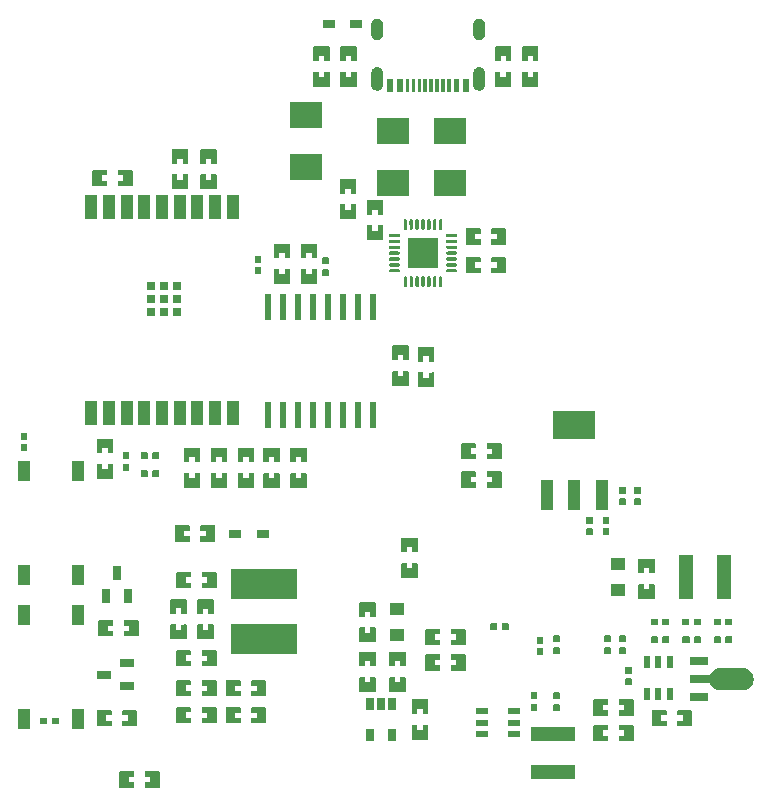
<source format=gtp>
G04 Layer: TopPasteMaskLayer*
G04 EasyEDA v6.5.51, 2025-09-17 03:18:51*
G04 4aee9cc30035422d88a860af958d7afb,d57bd40a603b42be9e37e0d49851eb9c,10*
G04 Gerber Generator version 0.2*
G04 Scale: 100 percent, Rotated: No, Reflected: No *
G04 Dimensions in inches *
G04 leading zeros omitted , absolute positions ,3 integer and 6 decimal *
%FSLAX36Y36*%
%MOIN*%

%AMMACRO1*21,1,$1,$2,0,0,$3*%
%ADD10R,0.0394X0.0709*%
%ADD11R,0.0394X0.0295*%
%ADD12R,0.1080X0.0850*%
%ADD13R,0.1457X0.0512*%
%ADD14R,0.0276X0.0492*%
%ADD15R,0.0492X0.0276*%
%ADD16R,0.0236X0.0433*%
%ADD17R,0.0433X0.0236*%
%ADD18R,0.0122X0.0236*%
%ADD19R,0.0276X0.0433*%
%ADD20R,0.0394X0.0787*%
%ADD21R,0.0276X0.0276*%
%ADD22R,0.0492X0.0394*%
%ADD23R,0.0236X0.0866*%
%ADD24MACRO1,0.0265X0.062X-90.0000*%
%ADD25R,0.0512X0.1457*%
%ADD26R,0.0433X0.0984*%
%ADD27R,0.1417X0.0921*%
%ADD28R,0.2244X0.0984*%

%LPD*%
G36*
X1668200Y-275460D02*
G01*
X1652060Y-275660D01*
X1650080Y-277640D01*
X1650080Y-322900D01*
X1652060Y-324880D01*
X1702440Y-324880D01*
X1704420Y-322900D01*
X1704420Y-277640D01*
X1702440Y-275660D01*
X1685920Y-275860D01*
X1685920Y-293180D01*
X1668200Y-293180D01*
G37*
G36*
X1652060Y-190620D02*
G01*
X1650080Y-192600D01*
X1650080Y-237880D01*
X1652060Y-239840D01*
X1668580Y-239640D01*
X1668580Y-222320D01*
X1686300Y-222320D01*
X1686300Y-240040D01*
X1702440Y-239840D01*
X1704420Y-237880D01*
X1704420Y-192600D01*
X1702440Y-190620D01*
G37*
G36*
X1153200Y-275460D02*
G01*
X1137060Y-275660D01*
X1135080Y-277640D01*
X1135080Y-322900D01*
X1137060Y-324880D01*
X1187440Y-324880D01*
X1189420Y-322900D01*
X1189420Y-277640D01*
X1187440Y-275660D01*
X1170920Y-275860D01*
X1170920Y-293180D01*
X1153200Y-293180D01*
G37*
G36*
X1137060Y-190620D02*
G01*
X1135080Y-192600D01*
X1135080Y-237880D01*
X1137060Y-239840D01*
X1153580Y-239640D01*
X1153580Y-222320D01*
X1171300Y-222320D01*
X1171300Y-240040D01*
X1187440Y-239840D01*
X1189420Y-237880D01*
X1189420Y-192600D01*
X1187440Y-190620D01*
G37*
G36*
X669880Y-1787840D02*
G01*
X667920Y-1789800D01*
X668100Y-1806339D01*
X685440Y-1806339D01*
X685440Y-1824060D01*
X667720Y-1824060D01*
X667920Y-1840200D01*
X669880Y-1842160D01*
X715160Y-1842160D01*
X717120Y-1840200D01*
X717120Y-1789800D01*
X715160Y-1787840D01*
G37*
G36*
X584840Y-1787840D02*
G01*
X582880Y-1789800D01*
X582880Y-1840200D01*
X584840Y-1842160D01*
X630120Y-1842160D01*
X632080Y-1840200D01*
X631900Y-1823660D01*
X614560Y-1823660D01*
X614560Y-1805940D01*
X632280Y-1805940D01*
X632080Y-1789800D01*
X630120Y-1787840D01*
G37*
G36*
X1390940Y-2452720D02*
G01*
X1374800Y-2452920D01*
X1372840Y-2454880D01*
X1372840Y-2500160D01*
X1374800Y-2502120D01*
X1425200Y-2502120D01*
X1427160Y-2500160D01*
X1427160Y-2454880D01*
X1425200Y-2452920D01*
X1408660Y-2453100D01*
X1408660Y-2470440D01*
X1390940Y-2470440D01*
G37*
G36*
X1374800Y-2367880D02*
G01*
X1372840Y-2369840D01*
X1372840Y-2415120D01*
X1374800Y-2417080D01*
X1391339Y-2416900D01*
X1391339Y-2399560D01*
X1409060Y-2399560D01*
X1409060Y-2417280D01*
X1425200Y-2417080D01*
X1427160Y-2415120D01*
X1427160Y-2369840D01*
X1425200Y-2367880D01*
G37*
G36*
X1394800Y-1192880D02*
G01*
X1392840Y-1194840D01*
X1392840Y-1240120D01*
X1394800Y-1242080D01*
X1411339Y-1241900D01*
X1411339Y-1224560D01*
X1429060Y-1224560D01*
X1429060Y-1242280D01*
X1445200Y-1242080D01*
X1447160Y-1240120D01*
X1447160Y-1194840D01*
X1445200Y-1192880D01*
G37*
G36*
X1410940Y-1277720D02*
G01*
X1394800Y-1277920D01*
X1392840Y-1279880D01*
X1392840Y-1325160D01*
X1394800Y-1327120D01*
X1445200Y-1327120D01*
X1447160Y-1325160D01*
X1447160Y-1279880D01*
X1445200Y-1277920D01*
X1428660Y-1278100D01*
X1428660Y-1295440D01*
X1410940Y-1295440D01*
G37*
G36*
X1309800Y-1187880D02*
G01*
X1307840Y-1189840D01*
X1307840Y-1235120D01*
X1309800Y-1237080D01*
X1326339Y-1236900D01*
X1326339Y-1219560D01*
X1344060Y-1219560D01*
X1344060Y-1237280D01*
X1360200Y-1237080D01*
X1362160Y-1235120D01*
X1362160Y-1189840D01*
X1360200Y-1187880D01*
G37*
G36*
X1325940Y-1272720D02*
G01*
X1309800Y-1272920D01*
X1307840Y-1274880D01*
X1307840Y-1320160D01*
X1309800Y-1322120D01*
X1360200Y-1322120D01*
X1362160Y-1320160D01*
X1362160Y-1274880D01*
X1360200Y-1272920D01*
X1343660Y-1273100D01*
X1343660Y-1290440D01*
X1325940Y-1290440D01*
G37*
G36*
X1624880Y-1607840D02*
G01*
X1622920Y-1609800D01*
X1623100Y-1626339D01*
X1640440Y-1626339D01*
X1640440Y-1644060D01*
X1622720Y-1644060D01*
X1622920Y-1660200D01*
X1624880Y-1662160D01*
X1670160Y-1662160D01*
X1672120Y-1660200D01*
X1672120Y-1609800D01*
X1670160Y-1607840D01*
G37*
G36*
X1539840Y-1607840D02*
G01*
X1537880Y-1609800D01*
X1537880Y-1660200D01*
X1539840Y-1662160D01*
X1585120Y-1662160D01*
X1587080Y-1660200D01*
X1586900Y-1643660D01*
X1569560Y-1643660D01*
X1569560Y-1625940D01*
X1587280Y-1625940D01*
X1587080Y-1609800D01*
X1585120Y-1607840D01*
G37*
G36*
X1624880Y-1512840D02*
G01*
X1622920Y-1514800D01*
X1623100Y-1531339D01*
X1640440Y-1531339D01*
X1640440Y-1549060D01*
X1622720Y-1549060D01*
X1622920Y-1565200D01*
X1624880Y-1567160D01*
X1670160Y-1567160D01*
X1672120Y-1565200D01*
X1672120Y-1514800D01*
X1670160Y-1512840D01*
G37*
G36*
X1539840Y-1512840D02*
G01*
X1537880Y-1514800D01*
X1537880Y-1565200D01*
X1539840Y-1567160D01*
X1585120Y-1567160D01*
X1587080Y-1565200D01*
X1586900Y-1548660D01*
X1569560Y-1548660D01*
X1569560Y-1530940D01*
X1587280Y-1530940D01*
X1587080Y-1514800D01*
X1585120Y-1512840D01*
G37*
G36*
X674880Y-2392840D02*
G01*
X672920Y-2394800D01*
X673100Y-2411340D01*
X690440Y-2411340D01*
X690440Y-2429060D01*
X672720Y-2429060D01*
X672920Y-2445200D01*
X674880Y-2447160D01*
X720160Y-2447160D01*
X722120Y-2445200D01*
X722120Y-2394800D01*
X720160Y-2392840D01*
G37*
G36*
X589840Y-2392840D02*
G01*
X587880Y-2394800D01*
X587880Y-2445200D01*
X589840Y-2447160D01*
X635120Y-2447160D01*
X637080Y-2445200D01*
X636900Y-2428660D01*
X619560Y-2428660D01*
X619560Y-2410940D01*
X637280Y-2410940D01*
X637080Y-2394800D01*
X635120Y-2392840D01*
G37*
G36*
X674880Y-2302840D02*
G01*
X672920Y-2304800D01*
X673100Y-2321340D01*
X690440Y-2321340D01*
X690440Y-2339060D01*
X672720Y-2339060D01*
X672920Y-2355200D01*
X674880Y-2357160D01*
X720160Y-2357160D01*
X722120Y-2355200D01*
X722120Y-2304800D01*
X720160Y-2302840D01*
G37*
G36*
X589840Y-2302840D02*
G01*
X587880Y-2304800D01*
X587880Y-2355200D01*
X589840Y-2357160D01*
X635120Y-2357160D01*
X637080Y-2355200D01*
X636900Y-2338660D01*
X619560Y-2338660D01*
X619560Y-2320940D01*
X637280Y-2320940D01*
X637080Y-2304800D01*
X635120Y-2302840D01*
G37*
G36*
X674880Y-2202840D02*
G01*
X672920Y-2204800D01*
X673100Y-2221340D01*
X690440Y-2221340D01*
X690440Y-2239060D01*
X672720Y-2239060D01*
X672920Y-2255200D01*
X674880Y-2257160D01*
X720160Y-2257160D01*
X722120Y-2255200D01*
X722120Y-2204800D01*
X720160Y-2202840D01*
G37*
G36*
X589840Y-2202840D02*
G01*
X587880Y-2204800D01*
X587880Y-2255200D01*
X589840Y-2257160D01*
X635120Y-2257160D01*
X637080Y-2255200D01*
X636900Y-2238660D01*
X619560Y-2238660D01*
X619560Y-2220940D01*
X637280Y-2220940D01*
X637080Y-2204800D01*
X635120Y-2202840D01*
G37*
G36*
X569800Y-2032880D02*
G01*
X567840Y-2034840D01*
X567840Y-2080120D01*
X569800Y-2082080D01*
X586340Y-2081900D01*
X586340Y-2064560D01*
X604060Y-2064560D01*
X604060Y-2082280D01*
X620200Y-2082080D01*
X622160Y-2080120D01*
X622160Y-2034840D01*
X620200Y-2032880D01*
G37*
G36*
X585940Y-2117720D02*
G01*
X569800Y-2117920D01*
X567840Y-2119880D01*
X567840Y-2165160D01*
X569800Y-2167120D01*
X620200Y-2167120D01*
X622160Y-2165160D01*
X622160Y-2119880D01*
X620200Y-2117920D01*
X603660Y-2118100D01*
X603660Y-2135440D01*
X585940Y-2135440D01*
G37*
G36*
X794800Y-1528060D02*
G01*
X792840Y-1530040D01*
X792840Y-1575320D01*
X794800Y-1577280D01*
X811340Y-1577080D01*
X811340Y-1559760D01*
X829060Y-1559760D01*
X829060Y-1577480D01*
X845200Y-1577280D01*
X847159Y-1575320D01*
X847159Y-1530040D01*
X845200Y-1528060D01*
G37*
G36*
X794800Y-1612720D02*
G01*
X792840Y-1614680D01*
X792840Y-1659960D01*
X794800Y-1661920D01*
X845200Y-1661920D01*
X847159Y-1659960D01*
X847159Y-1614680D01*
X845200Y-1612720D01*
X829060Y-1612920D01*
X829060Y-1630240D01*
X811340Y-1630240D01*
X811340Y-1612720D01*
G37*
G36*
X630940Y-1612520D02*
G01*
X614800Y-1612720D01*
X612840Y-1614680D01*
X612840Y-1659960D01*
X614800Y-1661940D01*
X665200Y-1661940D01*
X667159Y-1659960D01*
X667159Y-1614680D01*
X665200Y-1612720D01*
X648660Y-1612920D01*
X648660Y-1630240D01*
X630940Y-1630240D01*
G37*
G36*
X614800Y-1528080D02*
G01*
X612840Y-1530040D01*
X612840Y-1575320D01*
X614800Y-1577280D01*
X630940Y-1577080D01*
X630940Y-1559760D01*
X648660Y-1559760D01*
X648660Y-1577280D01*
X665200Y-1577280D01*
X667159Y-1575320D01*
X667159Y-1530040D01*
X665200Y-1528080D01*
G37*
G36*
X414680Y-2102840D02*
G01*
X412720Y-2104800D01*
X412920Y-2121340D01*
X430240Y-2121340D01*
X430240Y-2139060D01*
X412520Y-2139060D01*
X412720Y-2155200D01*
X414680Y-2157160D01*
X459960Y-2157160D01*
X461940Y-2155200D01*
X461940Y-2104800D01*
X459960Y-2102840D01*
G37*
G36*
X330040Y-2102840D02*
G01*
X328080Y-2104800D01*
X328080Y-2155200D01*
X330040Y-2157160D01*
X375319Y-2157160D01*
X377280Y-2155200D01*
X377080Y-2139060D01*
X359760Y-2139060D01*
X359760Y-2121340D01*
X377280Y-2121340D01*
X377280Y-2104800D01*
X375319Y-2102840D01*
G37*
G36*
X1215940Y-2292520D02*
G01*
X1199800Y-2292720D01*
X1197840Y-2294680D01*
X1197840Y-2339960D01*
X1199800Y-2341940D01*
X1250200Y-2341940D01*
X1252160Y-2339960D01*
X1252160Y-2294680D01*
X1250200Y-2292720D01*
X1233660Y-2292920D01*
X1233660Y-2310240D01*
X1215940Y-2310240D01*
G37*
G36*
X1199800Y-2208080D02*
G01*
X1197840Y-2210040D01*
X1197840Y-2255320D01*
X1199800Y-2257280D01*
X1215940Y-2257080D01*
X1215940Y-2239760D01*
X1233660Y-2239760D01*
X1233660Y-2257280D01*
X1250200Y-2257280D01*
X1252160Y-2255320D01*
X1252160Y-2210040D01*
X1250200Y-2208080D01*
G37*
G36*
X1980040Y-2452840D02*
G01*
X1978060Y-2454800D01*
X1978060Y-2505200D01*
X1980040Y-2507160D01*
X2025320Y-2507160D01*
X2027280Y-2505200D01*
X2027080Y-2488660D01*
X2009760Y-2488660D01*
X2009760Y-2470940D01*
X2027480Y-2470940D01*
X2027280Y-2454800D01*
X2025320Y-2452840D01*
G37*
G36*
X2064680Y-2452840D02*
G01*
X2062720Y-2454800D01*
X2062920Y-2470940D01*
X2080240Y-2470940D01*
X2080240Y-2488660D01*
X2062720Y-2488660D01*
X2062720Y-2505200D01*
X2064680Y-2507160D01*
X2109960Y-2507160D01*
X2111920Y-2505200D01*
X2111920Y-2454800D01*
X2109960Y-2452840D01*
G37*
G36*
X340940Y-1582520D02*
G01*
X324799Y-1582720D01*
X322840Y-1584680D01*
X322840Y-1629960D01*
X324799Y-1631940D01*
X375200Y-1631940D01*
X377160Y-1629960D01*
X377160Y-1584680D01*
X375200Y-1582720D01*
X358660Y-1582920D01*
X358660Y-1600240D01*
X340940Y-1600240D01*
G37*
G36*
X324799Y-1498080D02*
G01*
X322840Y-1500040D01*
X322840Y-1545320D01*
X324799Y-1547280D01*
X340940Y-1547080D01*
X340940Y-1529760D01*
X358660Y-1529760D01*
X358660Y-1547280D01*
X375200Y-1547280D01*
X377160Y-1545320D01*
X377160Y-1500040D01*
X375200Y-1498080D01*
G37*
G36*
X325040Y-2402840D02*
G01*
X323060Y-2404800D01*
X323060Y-2455200D01*
X325040Y-2457160D01*
X370319Y-2457160D01*
X372280Y-2455200D01*
X372080Y-2438660D01*
X354760Y-2438660D01*
X354760Y-2420940D01*
X372480Y-2420940D01*
X372280Y-2404800D01*
X370319Y-2402840D01*
G37*
G36*
X409680Y-2402840D02*
G01*
X407720Y-2404800D01*
X407920Y-2420940D01*
X425240Y-2420940D01*
X425240Y-2438660D01*
X407720Y-2438660D01*
X407720Y-2455200D01*
X409680Y-2457160D01*
X454960Y-2457160D01*
X456920Y-2455200D01*
X456920Y-2404800D01*
X454960Y-2402840D01*
G37*
G36*
X2129800Y-1898060D02*
G01*
X2127840Y-1900040D01*
X2127840Y-1945320D01*
X2129800Y-1947280D01*
X2146340Y-1947080D01*
X2146340Y-1929760D01*
X2164060Y-1929760D01*
X2164060Y-1947480D01*
X2180200Y-1947280D01*
X2182160Y-1945320D01*
X2182160Y-1900040D01*
X2180200Y-1898060D01*
G37*
G36*
X2129800Y-1982720D02*
G01*
X2127840Y-1984680D01*
X2127840Y-2029960D01*
X2129800Y-2031920D01*
X2180200Y-2031920D01*
X2182160Y-2029960D01*
X2182160Y-1984680D01*
X2180200Y-1982720D01*
X2164060Y-1982920D01*
X2164060Y-2000240D01*
X2146340Y-2000240D01*
X2146340Y-1982720D01*
G37*
G36*
X1299800Y-2208060D02*
G01*
X1297840Y-2210040D01*
X1297840Y-2255320D01*
X1299800Y-2257280D01*
X1316339Y-2257080D01*
X1316339Y-2239760D01*
X1334060Y-2239760D01*
X1334060Y-2257480D01*
X1350200Y-2257280D01*
X1352160Y-2255320D01*
X1352160Y-2210040D01*
X1350200Y-2208060D01*
G37*
G36*
X1299800Y-2292720D02*
G01*
X1297840Y-2294680D01*
X1297840Y-2339960D01*
X1299800Y-2341920D01*
X1350200Y-2341920D01*
X1352160Y-2339960D01*
X1352160Y-2294680D01*
X1350200Y-2292720D01*
X1334060Y-2292920D01*
X1334060Y-2310240D01*
X1316339Y-2310240D01*
X1316339Y-2292720D01*
G37*
G36*
X590940Y-617520D02*
G01*
X574800Y-617720D01*
X572840Y-619680D01*
X572840Y-664960D01*
X574800Y-666940D01*
X625200Y-666940D01*
X627160Y-664960D01*
X627160Y-619680D01*
X625200Y-617720D01*
X608660Y-617920D01*
X608660Y-635240D01*
X590940Y-635240D01*
G37*
G36*
X574800Y-533080D02*
G01*
X572840Y-535040D01*
X572840Y-580320D01*
X574800Y-582280D01*
X590940Y-582080D01*
X590940Y-564760D01*
X608660Y-564760D01*
X608660Y-582280D01*
X625200Y-582280D01*
X627160Y-580320D01*
X627160Y-535040D01*
X625200Y-533080D01*
G37*
G36*
X2175040Y-2402840D02*
G01*
X2173060Y-2404800D01*
X2173060Y-2455200D01*
X2175040Y-2457160D01*
X2220320Y-2457160D01*
X2222280Y-2455200D01*
X2222080Y-2438660D01*
X2204760Y-2438660D01*
X2204760Y-2420940D01*
X2222480Y-2420940D01*
X2222280Y-2404800D01*
X2220320Y-2402840D01*
G37*
G36*
X2259680Y-2402840D02*
G01*
X2257720Y-2404800D01*
X2257920Y-2420940D01*
X2275240Y-2420940D01*
X2275240Y-2438660D01*
X2257720Y-2438660D01*
X2257720Y-2455200D01*
X2259680Y-2457160D01*
X2304960Y-2457160D01*
X2306920Y-2455200D01*
X2306920Y-2404800D01*
X2304960Y-2402840D01*
G37*
G36*
X685939Y-617520D02*
G01*
X669800Y-617720D01*
X667840Y-619680D01*
X667840Y-664960D01*
X669800Y-666940D01*
X720200Y-666940D01*
X722159Y-664960D01*
X722159Y-619680D01*
X720200Y-617720D01*
X703660Y-617920D01*
X703660Y-635240D01*
X685939Y-635240D01*
G37*
G36*
X669800Y-533080D02*
G01*
X667840Y-535040D01*
X667840Y-580320D01*
X669800Y-582280D01*
X685939Y-582080D01*
X685939Y-564760D01*
X703660Y-564760D01*
X703660Y-582280D01*
X720200Y-582280D01*
X722159Y-580320D01*
X722159Y-535040D01*
X720200Y-533080D01*
G37*
G36*
X1980040Y-2367840D02*
G01*
X1978060Y-2369800D01*
X1978060Y-2420200D01*
X1980040Y-2422160D01*
X2025320Y-2422160D01*
X2027280Y-2420200D01*
X2027080Y-2403660D01*
X2009760Y-2403660D01*
X2009760Y-2385940D01*
X2027480Y-2385940D01*
X2027280Y-2369800D01*
X2025320Y-2367840D01*
G37*
G36*
X2064680Y-2367840D02*
G01*
X2062720Y-2369800D01*
X2062920Y-2385940D01*
X2080240Y-2385940D01*
X2080240Y-2403660D01*
X2062720Y-2403660D01*
X2062720Y-2420200D01*
X2064680Y-2422160D01*
X2109960Y-2422160D01*
X2111920Y-2420200D01*
X2111920Y-2369800D01*
X2109960Y-2367840D01*
G37*
G36*
X1063200Y-275280D02*
G01*
X1047060Y-275460D01*
X1045080Y-277440D01*
X1045080Y-322720D01*
X1047060Y-324680D01*
X1097440Y-324680D01*
X1099420Y-322720D01*
X1099420Y-277440D01*
X1097440Y-275460D01*
X1080920Y-275660D01*
X1080920Y-292980D01*
X1063200Y-292980D01*
G37*
G36*
X1047060Y-190820D02*
G01*
X1045080Y-192800D01*
X1045080Y-238060D01*
X1047060Y-240040D01*
X1063200Y-239840D01*
X1063200Y-222520D01*
X1080920Y-222520D01*
X1080920Y-240040D01*
X1097440Y-240040D01*
X1099420Y-238060D01*
X1099420Y-192800D01*
X1097440Y-190820D01*
G37*
G36*
X1742060Y-190820D02*
G01*
X1740080Y-192780D01*
X1740080Y-238060D01*
X1742060Y-240040D01*
X1758580Y-239840D01*
X1758580Y-222520D01*
X1776300Y-222520D01*
X1776300Y-240240D01*
X1792440Y-240040D01*
X1794420Y-238060D01*
X1794420Y-192780D01*
X1792440Y-190820D01*
G37*
G36*
X1742060Y-275460D02*
G01*
X1740080Y-277440D01*
X1740080Y-322720D01*
X1742060Y-324680D01*
X1792440Y-324680D01*
X1794420Y-322720D01*
X1794420Y-277440D01*
X1792440Y-275460D01*
X1776300Y-275660D01*
X1776300Y-292980D01*
X1758580Y-292980D01*
X1758580Y-275460D01*
G37*
G36*
X310040Y-602840D02*
G01*
X308060Y-604800D01*
X308060Y-655200D01*
X310040Y-657159D01*
X355319Y-657159D01*
X357280Y-655200D01*
X357080Y-638660D01*
X339760Y-638660D01*
X339760Y-620940D01*
X357480Y-620940D01*
X357280Y-604800D01*
X355319Y-602840D01*
G37*
G36*
X394680Y-602840D02*
G01*
X392720Y-604800D01*
X392920Y-620940D01*
X410240Y-620940D01*
X410240Y-638660D01*
X392720Y-638660D01*
X392720Y-655200D01*
X394680Y-657159D01*
X439960Y-657159D01*
X441920Y-655200D01*
X441920Y-604800D01*
X439960Y-602840D01*
G37*
G36*
X895939Y-1612520D02*
G01*
X879800Y-1612720D01*
X877840Y-1614680D01*
X877840Y-1659960D01*
X879800Y-1661940D01*
X930200Y-1661940D01*
X932159Y-1659960D01*
X932159Y-1614680D01*
X930200Y-1612720D01*
X913660Y-1612920D01*
X913660Y-1630240D01*
X895939Y-1630240D01*
G37*
G36*
X879800Y-1528080D02*
G01*
X877840Y-1530040D01*
X877840Y-1575320D01*
X879800Y-1577280D01*
X895939Y-1577080D01*
X895939Y-1559760D01*
X913660Y-1559760D01*
X913660Y-1577280D01*
X930200Y-1577280D01*
X932159Y-1575320D01*
X932159Y-1530040D01*
X930200Y-1528080D01*
G37*
G36*
X704800Y-1528060D02*
G01*
X702840Y-1530040D01*
X702840Y-1575320D01*
X704800Y-1577280D01*
X721340Y-1577080D01*
X721340Y-1559760D01*
X739060Y-1559760D01*
X739060Y-1577480D01*
X755200Y-1577280D01*
X757159Y-1575320D01*
X757159Y-1530040D01*
X755200Y-1528060D01*
G37*
G36*
X704800Y-1612720D02*
G01*
X702840Y-1614680D01*
X702840Y-1659960D01*
X704800Y-1661920D01*
X755200Y-1661920D01*
X757159Y-1659960D01*
X757159Y-1614680D01*
X755200Y-1612720D01*
X739060Y-1612920D01*
X739060Y-1630240D01*
X721340Y-1630240D01*
X721340Y-1612720D01*
G37*
G36*
X985939Y-1612520D02*
G01*
X969800Y-1612720D01*
X967840Y-1614680D01*
X967840Y-1659960D01*
X969800Y-1661940D01*
X1020200Y-1661940D01*
X1022159Y-1659960D01*
X1022159Y-1614680D01*
X1020200Y-1612720D01*
X1003660Y-1612920D01*
X1003660Y-1630240D01*
X985939Y-1630240D01*
G37*
G36*
X969800Y-1528080D02*
G01*
X967840Y-1530040D01*
X967840Y-1575320D01*
X969800Y-1577280D01*
X985939Y-1577080D01*
X985939Y-1559760D01*
X1003660Y-1559760D01*
X1003660Y-1577280D01*
X1020200Y-1577280D01*
X1022159Y-1575320D01*
X1022159Y-1530040D01*
X1020200Y-1528080D01*
G37*
G36*
X1555040Y-797840D02*
G01*
X1553060Y-799800D01*
X1553060Y-850200D01*
X1555040Y-852159D01*
X1600320Y-852159D01*
X1602280Y-850200D01*
X1602080Y-833660D01*
X1584760Y-833660D01*
X1584760Y-815939D01*
X1602480Y-815939D01*
X1602280Y-799800D01*
X1600320Y-797840D01*
G37*
G36*
X1639680Y-797840D02*
G01*
X1637720Y-799800D01*
X1637920Y-815939D01*
X1655240Y-815939D01*
X1655240Y-833660D01*
X1637720Y-833660D01*
X1637720Y-850200D01*
X1639680Y-852159D01*
X1684960Y-852159D01*
X1686920Y-850200D01*
X1686920Y-799800D01*
X1684960Y-797840D01*
G37*
G36*
X1555040Y-892840D02*
G01*
X1553060Y-894800D01*
X1553060Y-945200D01*
X1555040Y-947159D01*
X1600320Y-947159D01*
X1602280Y-945200D01*
X1602080Y-928660D01*
X1584760Y-928660D01*
X1584760Y-910939D01*
X1602480Y-910939D01*
X1602280Y-894800D01*
X1600320Y-892840D01*
G37*
G36*
X1639680Y-892840D02*
G01*
X1637720Y-894800D01*
X1637920Y-910939D01*
X1655240Y-910939D01*
X1655240Y-928660D01*
X1637720Y-928660D01*
X1637720Y-945200D01*
X1639680Y-947159D01*
X1684960Y-947159D01*
X1686920Y-945200D01*
X1686920Y-894800D01*
X1684960Y-892840D01*
G37*
G36*
X1339800Y-1828060D02*
G01*
X1337840Y-1830040D01*
X1337840Y-1875320D01*
X1339800Y-1877280D01*
X1356339Y-1877080D01*
X1356339Y-1859760D01*
X1374060Y-1859760D01*
X1374060Y-1877480D01*
X1390200Y-1877280D01*
X1392160Y-1875320D01*
X1392160Y-1830040D01*
X1390200Y-1828060D01*
G37*
G36*
X1339800Y-1912720D02*
G01*
X1337840Y-1914680D01*
X1337840Y-1959960D01*
X1339800Y-1961920D01*
X1390200Y-1961920D01*
X1392160Y-1959960D01*
X1392160Y-1914680D01*
X1390200Y-1912720D01*
X1374060Y-1912920D01*
X1374060Y-1930240D01*
X1356339Y-1930240D01*
X1356339Y-1912720D01*
G37*
G36*
X1224800Y-703060D02*
G01*
X1222840Y-705040D01*
X1222840Y-750320D01*
X1224800Y-752280D01*
X1241340Y-752080D01*
X1241340Y-734760D01*
X1259060Y-734760D01*
X1259060Y-752480D01*
X1275200Y-752280D01*
X1277160Y-750320D01*
X1277160Y-705040D01*
X1275200Y-703060D01*
G37*
G36*
X1224800Y-787720D02*
G01*
X1222840Y-789680D01*
X1222840Y-834960D01*
X1224800Y-836919D01*
X1275200Y-836919D01*
X1277160Y-834960D01*
X1277160Y-789680D01*
X1275200Y-787720D01*
X1259060Y-787920D01*
X1259060Y-805240D01*
X1241340Y-805240D01*
X1241340Y-787720D01*
G37*
G36*
X1215940Y-2127520D02*
G01*
X1199800Y-2127720D01*
X1197840Y-2129680D01*
X1197840Y-2174960D01*
X1199800Y-2176940D01*
X1250200Y-2176940D01*
X1252160Y-2174960D01*
X1252160Y-2129680D01*
X1250200Y-2127720D01*
X1233660Y-2127920D01*
X1233660Y-2145240D01*
X1215940Y-2145240D01*
G37*
G36*
X1199800Y-2043080D02*
G01*
X1197840Y-2045040D01*
X1197840Y-2090320D01*
X1199800Y-2092280D01*
X1215940Y-2092080D01*
X1215940Y-2074760D01*
X1233660Y-2074760D01*
X1233660Y-2092280D01*
X1250200Y-2092280D01*
X1252160Y-2090320D01*
X1252160Y-2045040D01*
X1250200Y-2043080D01*
G37*
G36*
X1504680Y-2217840D02*
G01*
X1502720Y-2219800D01*
X1502920Y-2236340D01*
X1520240Y-2236340D01*
X1520240Y-2254060D01*
X1502520Y-2254060D01*
X1502720Y-2270200D01*
X1504680Y-2272160D01*
X1549960Y-2272160D01*
X1551940Y-2270200D01*
X1551940Y-2219800D01*
X1549960Y-2217840D01*
G37*
G36*
X1420040Y-2217840D02*
G01*
X1418080Y-2219800D01*
X1418080Y-2270200D01*
X1420040Y-2272160D01*
X1465320Y-2272160D01*
X1467280Y-2270200D01*
X1467080Y-2254060D01*
X1449760Y-2254060D01*
X1449760Y-2236340D01*
X1467280Y-2236340D01*
X1467280Y-2219800D01*
X1465320Y-2217840D01*
G37*
G36*
X1134800Y-633060D02*
G01*
X1132840Y-635040D01*
X1132840Y-680320D01*
X1134800Y-682280D01*
X1151340Y-682080D01*
X1151340Y-664760D01*
X1169060Y-664760D01*
X1169060Y-682480D01*
X1185200Y-682280D01*
X1187160Y-680320D01*
X1187160Y-635040D01*
X1185200Y-633060D01*
G37*
G36*
X1134800Y-717720D02*
G01*
X1132840Y-719680D01*
X1132840Y-764960D01*
X1134800Y-766919D01*
X1185200Y-766919D01*
X1187160Y-764960D01*
X1187160Y-719680D01*
X1185200Y-717720D01*
X1169060Y-717920D01*
X1169060Y-735240D01*
X1151340Y-735240D01*
X1151340Y-717720D01*
G37*
G36*
X1420040Y-2132840D02*
G01*
X1418060Y-2134800D01*
X1418060Y-2185200D01*
X1420040Y-2187160D01*
X1465320Y-2187160D01*
X1467280Y-2185200D01*
X1467080Y-2168660D01*
X1449760Y-2168660D01*
X1449760Y-2150940D01*
X1467480Y-2150940D01*
X1467280Y-2134800D01*
X1465320Y-2132840D01*
G37*
G36*
X1504680Y-2132840D02*
G01*
X1502720Y-2134800D01*
X1502920Y-2150940D01*
X1520240Y-2150940D01*
X1520240Y-2168660D01*
X1502720Y-2168660D01*
X1502720Y-2185200D01*
X1504680Y-2187160D01*
X1549960Y-2187160D01*
X1551920Y-2185200D01*
X1551920Y-2134800D01*
X1549960Y-2132840D01*
G37*
G36*
X914800Y-848060D02*
G01*
X912840Y-850040D01*
X912840Y-895320D01*
X914800Y-897280D01*
X931340Y-897080D01*
X931340Y-879760D01*
X949060Y-879760D01*
X949060Y-897480D01*
X965200Y-897280D01*
X967159Y-895320D01*
X967159Y-850040D01*
X965200Y-848060D01*
G37*
G36*
X914800Y-932720D02*
G01*
X912840Y-934680D01*
X912840Y-979960D01*
X914800Y-981919D01*
X965200Y-981919D01*
X967159Y-979960D01*
X967159Y-934680D01*
X965200Y-932720D01*
X949060Y-932920D01*
X949060Y-950240D01*
X931340Y-950240D01*
X931340Y-932720D01*
G37*
G36*
X400040Y-2607840D02*
G01*
X398060Y-2609800D01*
X398060Y-2660200D01*
X400040Y-2662160D01*
X445319Y-2662160D01*
X447280Y-2660200D01*
X447080Y-2643660D01*
X429760Y-2643660D01*
X429760Y-2625940D01*
X447480Y-2625940D01*
X447280Y-2609800D01*
X445319Y-2607840D01*
G37*
G36*
X484680Y-2607840D02*
G01*
X482720Y-2609800D01*
X482920Y-2625940D01*
X500240Y-2625940D01*
X500240Y-2643660D01*
X482720Y-2643660D01*
X482720Y-2660200D01*
X484680Y-2662160D01*
X529960Y-2662160D01*
X531920Y-2660200D01*
X531920Y-2609800D01*
X529960Y-2607840D01*
G37*
G36*
X1020939Y-932520D02*
G01*
X1004800Y-932720D01*
X1002840Y-934680D01*
X1002840Y-979960D01*
X1004800Y-981940D01*
X1055200Y-981940D01*
X1057160Y-979960D01*
X1057160Y-934680D01*
X1055200Y-932720D01*
X1038660Y-932920D01*
X1038660Y-950240D01*
X1020939Y-950240D01*
G37*
G36*
X1004800Y-848080D02*
G01*
X1002840Y-850040D01*
X1002840Y-895320D01*
X1004800Y-897280D01*
X1020939Y-897080D01*
X1020939Y-879760D01*
X1038660Y-879760D01*
X1038660Y-897280D01*
X1055200Y-897280D01*
X1057160Y-895320D01*
X1057160Y-850040D01*
X1055200Y-848080D01*
G37*
G36*
X839680Y-2302840D02*
G01*
X837720Y-2304800D01*
X837920Y-2321340D01*
X855240Y-2321340D01*
X855240Y-2339060D01*
X837520Y-2339060D01*
X837720Y-2355200D01*
X839680Y-2357160D01*
X884960Y-2357160D01*
X886940Y-2355200D01*
X886940Y-2304800D01*
X884960Y-2302840D01*
G37*
G36*
X755040Y-2302840D02*
G01*
X753080Y-2304800D01*
X753080Y-2355200D01*
X755040Y-2357160D01*
X800320Y-2357160D01*
X802280Y-2355200D01*
X802080Y-2339060D01*
X784760Y-2339060D01*
X784760Y-2321340D01*
X802280Y-2321340D01*
X802280Y-2304800D01*
X800320Y-2302840D01*
G37*
G36*
X839680Y-2392840D02*
G01*
X837720Y-2394800D01*
X837920Y-2411340D01*
X855240Y-2411340D01*
X855240Y-2429060D01*
X837520Y-2429060D01*
X837720Y-2445200D01*
X839680Y-2447160D01*
X884960Y-2447160D01*
X886940Y-2445200D01*
X886940Y-2394800D01*
X884960Y-2392840D01*
G37*
G36*
X755040Y-2392840D02*
G01*
X753080Y-2394800D01*
X753080Y-2445200D01*
X755040Y-2447160D01*
X800320Y-2447160D01*
X802280Y-2445200D01*
X802080Y-2429060D01*
X784760Y-2429060D01*
X784760Y-2411340D01*
X802280Y-2411340D01*
X802280Y-2394800D01*
X800320Y-2392840D01*
G37*
G36*
X675939Y-2117520D02*
G01*
X659800Y-2117720D01*
X657840Y-2119680D01*
X657840Y-2164960D01*
X659800Y-2166940D01*
X710200Y-2166940D01*
X712159Y-2164960D01*
X712159Y-2119680D01*
X710200Y-2117720D01*
X693660Y-2117920D01*
X693660Y-2135240D01*
X675939Y-2135240D01*
G37*
G36*
X659800Y-2033080D02*
G01*
X657840Y-2035040D01*
X657840Y-2080320D01*
X659800Y-2082280D01*
X675939Y-2082080D01*
X675939Y-2064760D01*
X693660Y-2064760D01*
X693660Y-2082280D01*
X710200Y-2082280D01*
X712159Y-2080320D01*
X712159Y-2035040D01*
X710200Y-2033080D01*
G37*
G36*
X590040Y-1942840D02*
G01*
X588060Y-1944800D01*
X588060Y-1995200D01*
X590040Y-1997160D01*
X635320Y-1997160D01*
X637280Y-1995200D01*
X637080Y-1978660D01*
X619760Y-1978660D01*
X619760Y-1960940D01*
X637480Y-1960940D01*
X637280Y-1944800D01*
X635320Y-1942840D01*
G37*
G36*
X674680Y-1942840D02*
G01*
X672720Y-1944800D01*
X672920Y-1960940D01*
X690240Y-1960940D01*
X690240Y-1978660D01*
X672720Y-1978660D01*
X672720Y-1995200D01*
X674680Y-1997160D01*
X719960Y-1997160D01*
X721919Y-1995200D01*
X721919Y-1944800D01*
X719960Y-1942840D01*
G37*
G36*
X2086140Y-2297080D02*
G01*
X2084180Y-2299840D01*
X2084180Y-2318740D01*
X2086140Y-2320700D01*
X2103860Y-2320700D01*
X2105820Y-2318740D01*
X2105820Y-2299840D01*
X2103860Y-2297080D01*
G37*
G36*
X2086140Y-2259300D02*
G01*
X2084180Y-2261260D01*
X2084180Y-2280160D01*
X2086140Y-2282920D01*
X2103860Y-2282920D01*
X2105820Y-2280160D01*
X2105820Y-2261260D01*
X2103860Y-2259300D01*
G37*
G36*
X471260Y-1544180D02*
G01*
X469300Y-1546140D01*
X469300Y-1563860D01*
X471260Y-1565820D01*
X490160Y-1565820D01*
X492920Y-1563860D01*
X492920Y-1546140D01*
X490160Y-1544180D01*
G37*
G36*
X509840Y-1544180D02*
G01*
X507080Y-1546140D01*
X507080Y-1563860D01*
X509840Y-1565820D01*
X528740Y-1565820D01*
X530700Y-1563860D01*
X530700Y-1546140D01*
X528740Y-1544180D01*
G37*
G36*
X471260Y-1604180D02*
G01*
X469300Y-1606140D01*
X469300Y-1623860D01*
X471260Y-1625820D01*
X490160Y-1625820D01*
X492920Y-1623860D01*
X492920Y-1606140D01*
X490160Y-1604180D01*
G37*
G36*
X509840Y-1604180D02*
G01*
X507080Y-1606140D01*
X507080Y-1623860D01*
X509840Y-1625820D01*
X528740Y-1625820D01*
X530700Y-1623860D01*
X530700Y-1606140D01*
X528740Y-1604180D01*
G37*
G36*
X2209840Y-2099180D02*
G01*
X2207080Y-2101140D01*
X2207080Y-2118860D01*
X2209840Y-2120820D01*
X2228740Y-2120820D01*
X2230700Y-2118860D01*
X2230700Y-2101140D01*
X2228740Y-2099180D01*
G37*
G36*
X2171260Y-2099180D02*
G01*
X2169300Y-2101140D01*
X2169300Y-2118860D01*
X2171260Y-2120820D01*
X2190160Y-2120820D01*
X2192920Y-2118860D01*
X2192920Y-2101140D01*
X2190160Y-2099180D01*
G37*
G36*
X2210440Y-2157280D02*
G01*
X2207680Y-2159240D01*
X2207680Y-2176960D01*
X2210440Y-2178920D01*
X2229340Y-2178920D01*
X2231300Y-2176960D01*
X2231300Y-2159240D01*
X2229340Y-2157280D01*
G37*
G36*
X2171860Y-2157280D02*
G01*
X2169880Y-2159240D01*
X2169880Y-2176960D01*
X2171860Y-2178920D01*
X2190740Y-2178920D01*
X2193500Y-2176960D01*
X2193500Y-2159240D01*
X2190740Y-2157280D01*
G37*
G36*
X71140Y-1479300D02*
G01*
X69180Y-1481260D01*
X69180Y-1500160D01*
X71140Y-1502920D01*
X88859Y-1502920D01*
X90820Y-1500160D01*
X90820Y-1481260D01*
X88859Y-1479300D01*
G37*
G36*
X71140Y-1517080D02*
G01*
X69180Y-1519840D01*
X69180Y-1538740D01*
X71140Y-1540700D01*
X88859Y-1540700D01*
X90820Y-1538740D01*
X90820Y-1519840D01*
X88859Y-1517080D01*
G37*
G36*
X2066140Y-2192080D02*
G01*
X2064180Y-2194840D01*
X2064180Y-2213740D01*
X2066140Y-2215700D01*
X2083860Y-2215700D01*
X2085820Y-2213740D01*
X2085820Y-2194840D01*
X2083860Y-2192080D01*
G37*
G36*
X2066140Y-2154300D02*
G01*
X2064180Y-2156260D01*
X2064180Y-2175160D01*
X2066140Y-2177920D01*
X2083860Y-2177920D01*
X2085820Y-2175160D01*
X2085820Y-2156260D01*
X2083860Y-2154300D01*
G37*
G36*
X2016140Y-2192080D02*
G01*
X2014180Y-2194840D01*
X2014180Y-2213740D01*
X2016140Y-2215700D01*
X2033860Y-2215700D01*
X2035820Y-2213740D01*
X2035820Y-2194840D01*
X2033860Y-2192080D01*
G37*
G36*
X2016140Y-2154300D02*
G01*
X2014180Y-2156260D01*
X2014180Y-2175160D01*
X2016140Y-2177920D01*
X2033860Y-2177920D01*
X2035820Y-2175160D01*
X2035820Y-2156260D01*
X2033860Y-2154300D01*
G37*
G36*
X411140Y-1544300D02*
G01*
X409180Y-1546260D01*
X409180Y-1565160D01*
X411140Y-1567920D01*
X428860Y-1567920D01*
X430820Y-1565160D01*
X430820Y-1546260D01*
X428860Y-1544300D01*
G37*
G36*
X411140Y-1582080D02*
G01*
X409180Y-1584840D01*
X409180Y-1603740D01*
X411140Y-1605700D01*
X428860Y-1605700D01*
X430820Y-1603740D01*
X430820Y-1584840D01*
X428860Y-1582080D01*
G37*
G36*
X136260Y-2429180D02*
G01*
X134300Y-2431140D01*
X134300Y-2448860D01*
X136260Y-2450820D01*
X155160Y-2450820D01*
X157920Y-2448860D01*
X157920Y-2431140D01*
X155160Y-2429180D01*
G37*
G36*
X174840Y-2429180D02*
G01*
X172079Y-2431140D01*
X172079Y-2448860D01*
X174840Y-2450820D01*
X193740Y-2450820D01*
X195700Y-2448860D01*
X195700Y-2431140D01*
X193740Y-2429180D01*
G37*
G36*
X1636260Y-2114180D02*
G01*
X1634300Y-2116140D01*
X1634300Y-2133860D01*
X1636260Y-2135820D01*
X1655160Y-2135820D01*
X1657920Y-2133860D01*
X1657920Y-2116140D01*
X1655160Y-2114180D01*
G37*
G36*
X1674840Y-2114180D02*
G01*
X1672080Y-2116140D01*
X1672080Y-2133860D01*
X1674840Y-2135820D01*
X1693740Y-2135820D01*
X1695700Y-2133860D01*
X1695700Y-2116140D01*
X1693740Y-2114180D01*
G37*
G36*
X1076140Y-932080D02*
G01*
X1074180Y-934840D01*
X1074180Y-953740D01*
X1076140Y-955699D01*
X1093860Y-955699D01*
X1095820Y-953740D01*
X1095820Y-934840D01*
X1093860Y-932080D01*
G37*
G36*
X1076140Y-894300D02*
G01*
X1074180Y-896260D01*
X1074180Y-915160D01*
X1076140Y-917920D01*
X1093860Y-917920D01*
X1095820Y-915160D01*
X1095820Y-896260D01*
X1093860Y-894300D01*
G37*
G36*
X1791140Y-2159300D02*
G01*
X1789180Y-2161260D01*
X1789180Y-2180160D01*
X1791140Y-2182920D01*
X1808860Y-2182920D01*
X1810820Y-2180160D01*
X1810820Y-2161260D01*
X1808860Y-2159300D01*
G37*
G36*
X1791140Y-2197080D02*
G01*
X1789180Y-2199840D01*
X1789180Y-2218740D01*
X1791140Y-2220700D01*
X1808860Y-2220700D01*
X1810820Y-2218740D01*
X1810820Y-2199840D01*
X1808860Y-2197080D01*
G37*
G36*
X1846140Y-2154300D02*
G01*
X1844180Y-2156260D01*
X1844180Y-2175160D01*
X1846140Y-2177920D01*
X1863860Y-2177920D01*
X1865820Y-2175160D01*
X1865820Y-2156260D01*
X1863860Y-2154300D01*
G37*
G36*
X1846140Y-2192080D02*
G01*
X1844180Y-2194840D01*
X1844180Y-2213740D01*
X1846140Y-2215700D01*
X1863860Y-2215700D01*
X1865820Y-2213740D01*
X1865820Y-2194840D01*
X1863860Y-2192080D01*
G37*
G36*
X1846140Y-2382080D02*
G01*
X1844180Y-2384840D01*
X1844180Y-2403740D01*
X1846140Y-2405700D01*
X1863860Y-2405700D01*
X1865820Y-2403740D01*
X1865820Y-2384840D01*
X1863860Y-2382080D01*
G37*
G36*
X1846140Y-2344300D02*
G01*
X1844180Y-2346260D01*
X1844180Y-2365160D01*
X1846140Y-2367920D01*
X1863860Y-2367920D01*
X1865820Y-2365160D01*
X1865820Y-2346260D01*
X1863860Y-2344300D01*
G37*
G36*
X1771140Y-2382080D02*
G01*
X1769180Y-2384840D01*
X1769180Y-2403740D01*
X1771140Y-2405700D01*
X1788860Y-2405700D01*
X1790820Y-2403740D01*
X1790820Y-2384840D01*
X1788860Y-2382080D01*
G37*
G36*
X1771140Y-2344300D02*
G01*
X1769180Y-2346260D01*
X1769180Y-2365160D01*
X1771140Y-2367920D01*
X1788860Y-2367920D01*
X1790820Y-2365160D01*
X1790820Y-2346260D01*
X1788860Y-2344300D01*
G37*
G36*
X2419840Y-2099180D02*
G01*
X2417080Y-2101140D01*
X2417080Y-2118860D01*
X2419840Y-2120820D01*
X2438740Y-2120820D01*
X2440700Y-2118860D01*
X2440700Y-2101140D01*
X2438740Y-2099180D01*
G37*
G36*
X2381260Y-2099180D02*
G01*
X2379300Y-2101140D01*
X2379300Y-2118860D01*
X2381260Y-2120820D01*
X2400160Y-2120820D01*
X2402920Y-2118860D01*
X2402920Y-2101140D01*
X2400160Y-2099180D01*
G37*
G36*
X2420440Y-2157280D02*
G01*
X2417680Y-2159240D01*
X2417680Y-2176960D01*
X2420440Y-2178920D01*
X2439340Y-2178920D01*
X2441300Y-2176960D01*
X2441300Y-2159240D01*
X2439340Y-2157280D01*
G37*
G36*
X2381860Y-2157280D02*
G01*
X2379880Y-2159240D01*
X2379880Y-2176960D01*
X2381860Y-2178920D01*
X2400740Y-2178920D01*
X2403500Y-2176960D01*
X2403500Y-2159240D01*
X2400740Y-2157280D01*
G37*
G36*
X2276260Y-2099180D02*
G01*
X2274300Y-2101140D01*
X2274300Y-2118860D01*
X2276260Y-2120820D01*
X2295160Y-2120820D01*
X2297920Y-2118860D01*
X2297920Y-2101140D01*
X2295160Y-2099180D01*
G37*
G36*
X2314840Y-2099180D02*
G01*
X2312080Y-2101140D01*
X2312080Y-2118860D01*
X2314840Y-2120820D01*
X2333740Y-2120820D01*
X2335700Y-2118860D01*
X2335700Y-2101140D01*
X2333740Y-2099180D01*
G37*
G36*
X2276840Y-2156500D02*
G01*
X2274880Y-2158480D01*
X2274880Y-2176180D01*
X2276840Y-2178160D01*
X2295740Y-2178160D01*
X2298500Y-2176180D01*
X2298500Y-2158480D01*
X2295740Y-2156500D01*
G37*
G36*
X2315440Y-2156500D02*
G01*
X2312680Y-2158480D01*
X2312680Y-2176180D01*
X2315440Y-2178160D01*
X2334320Y-2178160D01*
X2336300Y-2176180D01*
X2336300Y-2158480D01*
X2334320Y-2156500D01*
G37*
G36*
X851140Y-927080D02*
G01*
X849180Y-929840D01*
X849180Y-948740D01*
X851140Y-950699D01*
X868860Y-950699D01*
X870819Y-948740D01*
X870819Y-929840D01*
X868860Y-927080D01*
G37*
G36*
X851140Y-889300D02*
G01*
X849180Y-891260D01*
X849180Y-910160D01*
X851140Y-912920D01*
X868860Y-912920D01*
X870819Y-910160D01*
X870819Y-891260D01*
X868860Y-889300D01*
G37*
G36*
X1360400Y-830400D02*
G01*
X1360400Y-929599D01*
X1459620Y-929599D01*
X1459620Y-830400D01*
G37*
G36*
X1469100Y-765819D02*
G01*
X1467780Y-765980D01*
X1466540Y-766460D01*
X1465440Y-767220D01*
X1464560Y-768199D01*
X1463940Y-769380D01*
X1463620Y-770680D01*
X1463580Y-797720D01*
X1463740Y-799040D01*
X1464220Y-800280D01*
X1464980Y-801380D01*
X1465960Y-802260D01*
X1467140Y-802880D01*
X1468440Y-803180D01*
X1469760Y-803180D01*
X1471060Y-802880D01*
X1472240Y-802260D01*
X1473220Y-801380D01*
X1473980Y-800280D01*
X1474460Y-799040D01*
X1474620Y-797720D01*
X1474580Y-770680D01*
X1474259Y-769380D01*
X1473640Y-768199D01*
X1472760Y-767220D01*
X1471660Y-766460D01*
X1470420Y-765980D01*
G37*
G36*
X1449400Y-765819D02*
G01*
X1448080Y-765980D01*
X1446840Y-766460D01*
X1445740Y-767220D01*
X1444860Y-768199D01*
X1444240Y-769380D01*
X1443920Y-770680D01*
X1443880Y-797720D01*
X1444040Y-799040D01*
X1444520Y-800280D01*
X1445280Y-801380D01*
X1446260Y-802260D01*
X1447440Y-802880D01*
X1448740Y-803180D01*
X1450060Y-803180D01*
X1451360Y-802880D01*
X1452540Y-802260D01*
X1453520Y-801380D01*
X1454280Y-800280D01*
X1454760Y-799040D01*
X1454920Y-797720D01*
X1454880Y-770680D01*
X1454560Y-769380D01*
X1453940Y-768199D01*
X1453060Y-767220D01*
X1451960Y-766460D01*
X1450720Y-765980D01*
G37*
G36*
X1429360Y-766040D02*
G01*
X1428040Y-766280D01*
X1426800Y-766840D01*
X1425760Y-767680D01*
X1424940Y-768760D01*
X1424400Y-770000D01*
X1424199Y-771340D01*
X1424199Y-797720D01*
X1424400Y-799040D01*
X1424940Y-800300D01*
X1425760Y-801360D01*
X1426800Y-802220D01*
X1428040Y-802780D01*
X1429360Y-803020D01*
X1430720Y-802940D01*
X1432000Y-802540D01*
X1433140Y-801820D01*
X1434100Y-800860D01*
X1434760Y-799680D01*
X1435000Y-799040D01*
X1435200Y-797720D01*
X1435200Y-771340D01*
X1435000Y-770000D01*
X1434460Y-768760D01*
X1434100Y-768199D01*
X1433140Y-767240D01*
X1432000Y-766520D01*
X1430720Y-766120D01*
G37*
G36*
X1409660Y-766040D02*
G01*
X1408340Y-766280D01*
X1407100Y-766840D01*
X1406060Y-767680D01*
X1405240Y-768760D01*
X1404700Y-770000D01*
X1404500Y-771340D01*
X1404500Y-797720D01*
X1404700Y-799040D01*
X1405240Y-800300D01*
X1406060Y-801360D01*
X1407100Y-802220D01*
X1408340Y-802780D01*
X1409660Y-803020D01*
X1411020Y-802940D01*
X1412300Y-802540D01*
X1413440Y-801820D01*
X1414379Y-800860D01*
X1415060Y-799680D01*
X1415300Y-799040D01*
X1415500Y-797720D01*
X1415500Y-771340D01*
X1415300Y-770000D01*
X1414760Y-768760D01*
X1413940Y-767680D01*
X1412900Y-766840D01*
X1411660Y-766280D01*
X1410340Y-766040D01*
G37*
G36*
X1389960Y-765920D02*
G01*
X1388620Y-766160D01*
X1387380Y-766740D01*
X1386320Y-767620D01*
X1385500Y-768720D01*
X1384980Y-769980D01*
X1384800Y-771340D01*
X1384840Y-798400D01*
X1385200Y-799720D01*
X1385880Y-800920D01*
X1386819Y-801900D01*
X1387980Y-802640D01*
X1389280Y-803060D01*
X1390640Y-803139D01*
X1392000Y-802880D01*
X1392640Y-802640D01*
X1393800Y-801900D01*
X1394740Y-800920D01*
X1395120Y-800340D01*
X1395620Y-799080D01*
X1395820Y-797720D01*
X1395820Y-771340D01*
X1395620Y-769980D01*
X1395120Y-768720D01*
X1394300Y-767620D01*
X1393240Y-766740D01*
X1392000Y-766160D01*
X1390640Y-765920D01*
G37*
G36*
X1370260Y-765920D02*
G01*
X1368920Y-766160D01*
X1367680Y-766740D01*
X1366620Y-767620D01*
X1365800Y-768720D01*
X1365280Y-769980D01*
X1365100Y-771340D01*
X1365140Y-798400D01*
X1365500Y-799720D01*
X1366180Y-800920D01*
X1367120Y-801900D01*
X1368280Y-802640D01*
X1369580Y-803060D01*
X1370940Y-803139D01*
X1372300Y-802880D01*
X1372940Y-802640D01*
X1374100Y-801900D01*
X1375040Y-800920D01*
X1375700Y-799720D01*
X1376060Y-798400D01*
X1376120Y-797720D01*
X1376120Y-771340D01*
X1375920Y-769980D01*
X1375400Y-768720D01*
X1374600Y-767620D01*
X1373540Y-766740D01*
X1372300Y-766160D01*
X1370940Y-765920D01*
G37*
G36*
X1350560Y-765920D02*
G01*
X1349220Y-766160D01*
X1347980Y-766740D01*
X1346920Y-767620D01*
X1346459Y-768139D01*
X1345800Y-769340D01*
X1345440Y-770660D01*
X1345400Y-797720D01*
X1345580Y-799080D01*
X1346100Y-800340D01*
X1346459Y-800920D01*
X1347420Y-801900D01*
X1348580Y-802640D01*
X1349880Y-803060D01*
X1351240Y-803139D01*
X1352600Y-802880D01*
X1353240Y-802640D01*
X1354400Y-801900D01*
X1355340Y-800920D01*
X1356000Y-799720D01*
X1356360Y-798400D01*
X1356420Y-797720D01*
X1356420Y-771340D01*
X1356220Y-769980D01*
X1355700Y-768720D01*
X1354900Y-767620D01*
X1353839Y-766740D01*
X1352600Y-766160D01*
X1351240Y-765920D01*
G37*
G36*
X1301339Y-815380D02*
G01*
X1300020Y-815540D01*
X1298779Y-816020D01*
X1297680Y-816780D01*
X1296800Y-817760D01*
X1296180Y-818940D01*
X1295860Y-820240D01*
X1295860Y-821560D01*
X1296180Y-822860D01*
X1296800Y-824020D01*
X1297200Y-824560D01*
X1298200Y-825440D01*
X1299379Y-826060D01*
X1300660Y-826360D01*
X1327700Y-826400D01*
X1329019Y-826240D01*
X1329660Y-826060D01*
X1330840Y-825440D01*
X1331840Y-824560D01*
X1332580Y-823460D01*
X1333060Y-822220D01*
X1333220Y-820900D01*
X1333060Y-819580D01*
X1332580Y-818340D01*
X1331840Y-817240D01*
X1330840Y-816360D01*
X1329660Y-815740D01*
X1328380Y-815420D01*
G37*
G36*
X1301339Y-835080D02*
G01*
X1300020Y-835240D01*
X1298779Y-835720D01*
X1297680Y-836480D01*
X1296800Y-837460D01*
X1296180Y-838640D01*
X1295860Y-839940D01*
X1295860Y-841260D01*
X1296180Y-842560D01*
X1296800Y-843720D01*
X1297200Y-844260D01*
X1298200Y-845140D01*
X1299379Y-845759D01*
X1300660Y-846060D01*
X1327700Y-846100D01*
X1329019Y-845939D01*
X1329660Y-845759D01*
X1330840Y-845140D01*
X1331840Y-844260D01*
X1332580Y-843160D01*
X1333060Y-841919D01*
X1333220Y-840600D01*
X1333060Y-839280D01*
X1332580Y-838040D01*
X1331840Y-836940D01*
X1330840Y-836060D01*
X1329660Y-835440D01*
X1328380Y-835120D01*
G37*
G36*
X1301339Y-854780D02*
G01*
X1300020Y-854940D01*
X1298779Y-855420D01*
X1297680Y-856180D01*
X1296800Y-857159D01*
X1296180Y-858340D01*
X1295860Y-859640D01*
X1295860Y-860960D01*
X1296180Y-862260D01*
X1296800Y-863420D01*
X1297200Y-863960D01*
X1298200Y-864840D01*
X1299379Y-865460D01*
X1300660Y-865759D01*
X1327700Y-865800D01*
X1329019Y-865639D01*
X1329660Y-865460D01*
X1330840Y-864840D01*
X1331840Y-863960D01*
X1332580Y-862860D01*
X1333060Y-861620D01*
X1333220Y-860300D01*
X1333060Y-858980D01*
X1332580Y-857740D01*
X1331840Y-856640D01*
X1330840Y-855759D01*
X1329660Y-855140D01*
X1328380Y-854820D01*
G37*
G36*
X1301339Y-874479D02*
G01*
X1300020Y-874640D01*
X1298779Y-875120D01*
X1297680Y-875879D01*
X1296800Y-876860D01*
X1296180Y-878040D01*
X1295860Y-879340D01*
X1295860Y-880660D01*
X1296180Y-881960D01*
X1296800Y-883120D01*
X1297200Y-883660D01*
X1298200Y-884539D01*
X1299379Y-885160D01*
X1300660Y-885460D01*
X1327700Y-885500D01*
X1329019Y-885340D01*
X1329660Y-885160D01*
X1330840Y-884539D01*
X1331840Y-883660D01*
X1332580Y-882560D01*
X1333060Y-881320D01*
X1333220Y-880000D01*
X1333060Y-878680D01*
X1332580Y-877440D01*
X1331840Y-876340D01*
X1330840Y-875460D01*
X1329660Y-874840D01*
X1328380Y-874520D01*
G37*
G36*
X1301339Y-894180D02*
G01*
X1300020Y-894340D01*
X1298779Y-894820D01*
X1297680Y-895580D01*
X1296800Y-896560D01*
X1296180Y-897740D01*
X1295860Y-899040D01*
X1295860Y-900360D01*
X1296180Y-901660D01*
X1296800Y-902820D01*
X1297200Y-903360D01*
X1298200Y-904240D01*
X1299379Y-904860D01*
X1300660Y-905160D01*
X1327700Y-905200D01*
X1329019Y-905040D01*
X1329660Y-904860D01*
X1330840Y-904240D01*
X1331840Y-903360D01*
X1332580Y-902260D01*
X1333060Y-901020D01*
X1333220Y-899700D01*
X1333060Y-898379D01*
X1332580Y-897140D01*
X1331840Y-896040D01*
X1330840Y-895160D01*
X1329660Y-894539D01*
X1328380Y-894220D01*
G37*
G36*
X1301339Y-913880D02*
G01*
X1300020Y-914040D01*
X1298779Y-914520D01*
X1297680Y-915280D01*
X1296800Y-916260D01*
X1296180Y-917440D01*
X1295860Y-918740D01*
X1295860Y-920060D01*
X1296180Y-921360D01*
X1296800Y-922520D01*
X1297200Y-923060D01*
X1298200Y-923940D01*
X1299379Y-924560D01*
X1300660Y-924860D01*
X1327700Y-924900D01*
X1329019Y-924740D01*
X1329660Y-924560D01*
X1330840Y-923940D01*
X1331840Y-923060D01*
X1332580Y-921960D01*
X1333060Y-920720D01*
X1333220Y-919400D01*
X1333060Y-918080D01*
X1332580Y-916840D01*
X1331840Y-915740D01*
X1330840Y-914860D01*
X1329660Y-914240D01*
X1328380Y-913920D01*
G37*
G36*
X1301339Y-933580D02*
G01*
X1300020Y-933740D01*
X1298779Y-934220D01*
X1297680Y-934980D01*
X1296800Y-935960D01*
X1296180Y-937140D01*
X1295860Y-938439D01*
X1295860Y-939760D01*
X1296180Y-941060D01*
X1296800Y-942220D01*
X1297200Y-942760D01*
X1298200Y-943640D01*
X1299379Y-944260D01*
X1300660Y-944560D01*
X1327700Y-944599D01*
X1329019Y-944440D01*
X1329660Y-944260D01*
X1330840Y-943640D01*
X1331840Y-942760D01*
X1332580Y-941660D01*
X1333060Y-940420D01*
X1333220Y-939100D01*
X1333060Y-937780D01*
X1332580Y-936540D01*
X1331840Y-935440D01*
X1330840Y-934560D01*
X1329660Y-933940D01*
X1328380Y-933620D01*
G37*
G36*
X1350560Y-956860D02*
G01*
X1349880Y-956940D01*
X1348580Y-957360D01*
X1347420Y-958100D01*
X1346459Y-959080D01*
X1345800Y-960280D01*
X1345440Y-961600D01*
X1345440Y-989360D01*
X1345800Y-990680D01*
X1346459Y-991860D01*
X1347420Y-992860D01*
X1348580Y-993580D01*
X1349220Y-993840D01*
X1350560Y-994100D01*
X1351920Y-994000D01*
X1352600Y-993840D01*
X1353839Y-993259D01*
X1354900Y-992400D01*
X1355700Y-991300D01*
X1356220Y-990020D01*
X1356420Y-988660D01*
X1356420Y-962280D01*
X1356220Y-960939D01*
X1355700Y-959659D01*
X1354900Y-958560D01*
X1353839Y-957700D01*
X1353240Y-957360D01*
X1351920Y-956940D01*
G37*
G36*
X1370260Y-956860D02*
G01*
X1369580Y-956940D01*
X1368280Y-957360D01*
X1367120Y-958100D01*
X1366180Y-959080D01*
X1365500Y-960280D01*
X1365140Y-961600D01*
X1365140Y-989360D01*
X1365500Y-990680D01*
X1366180Y-991860D01*
X1367120Y-992860D01*
X1368280Y-993580D01*
X1368920Y-993840D01*
X1370260Y-994100D01*
X1371620Y-994000D01*
X1372300Y-993840D01*
X1373540Y-993259D01*
X1374600Y-992400D01*
X1375400Y-991300D01*
X1375920Y-990020D01*
X1376120Y-988660D01*
X1376120Y-962280D01*
X1375920Y-960939D01*
X1375400Y-959659D01*
X1374600Y-958560D01*
X1373540Y-957700D01*
X1372940Y-957360D01*
X1371620Y-956940D01*
G37*
G36*
X1389960Y-956860D02*
G01*
X1389280Y-956940D01*
X1387980Y-957360D01*
X1386819Y-958100D01*
X1385880Y-959080D01*
X1385200Y-960280D01*
X1384840Y-961600D01*
X1384840Y-989360D01*
X1385200Y-990680D01*
X1385880Y-991860D01*
X1386819Y-992860D01*
X1387980Y-993580D01*
X1388620Y-993840D01*
X1389960Y-994100D01*
X1391320Y-994000D01*
X1392000Y-993840D01*
X1393240Y-993259D01*
X1394300Y-992400D01*
X1395120Y-991300D01*
X1395620Y-990020D01*
X1395820Y-988660D01*
X1395820Y-962280D01*
X1395620Y-960939D01*
X1395120Y-959659D01*
X1394300Y-958560D01*
X1393240Y-957700D01*
X1392640Y-957360D01*
X1391320Y-956940D01*
G37*
G36*
X1409660Y-956979D02*
G01*
X1408340Y-957240D01*
X1407100Y-957800D01*
X1406060Y-958640D01*
X1405240Y-959720D01*
X1404700Y-960960D01*
X1404500Y-962280D01*
X1404500Y-988660D01*
X1404700Y-990000D01*
X1405240Y-991240D01*
X1406060Y-992320D01*
X1407100Y-993160D01*
X1408340Y-993720D01*
X1409660Y-993980D01*
X1411020Y-993880D01*
X1412300Y-993480D01*
X1413440Y-992780D01*
X1414379Y-991800D01*
X1415060Y-990639D01*
X1415300Y-990000D01*
X1415500Y-988660D01*
X1415500Y-962280D01*
X1415300Y-960960D01*
X1414760Y-959720D01*
X1413940Y-958640D01*
X1412900Y-957800D01*
X1411660Y-957240D01*
X1411020Y-957060D01*
G37*
G36*
X1429360Y-956979D02*
G01*
X1428040Y-957240D01*
X1426800Y-957800D01*
X1425760Y-958640D01*
X1424940Y-959720D01*
X1424400Y-960960D01*
X1424199Y-962280D01*
X1424199Y-988660D01*
X1424400Y-990000D01*
X1424940Y-991240D01*
X1425760Y-992320D01*
X1426800Y-993160D01*
X1428040Y-993720D01*
X1429360Y-993980D01*
X1430720Y-993880D01*
X1432000Y-993480D01*
X1433140Y-992780D01*
X1434100Y-991800D01*
X1434760Y-990639D01*
X1435000Y-990000D01*
X1435200Y-988660D01*
X1435200Y-962280D01*
X1435000Y-960960D01*
X1434460Y-959720D01*
X1434100Y-959140D01*
X1433140Y-958180D01*
X1432000Y-957480D01*
X1430720Y-957060D01*
G37*
G36*
X1449400Y-956780D02*
G01*
X1448080Y-956940D01*
X1446840Y-957400D01*
X1445740Y-958160D01*
X1444860Y-959160D01*
X1444240Y-960340D01*
X1443920Y-961620D01*
X1443880Y-988660D01*
X1444040Y-989980D01*
X1444520Y-991220D01*
X1445280Y-992320D01*
X1446260Y-993199D01*
X1447440Y-993820D01*
X1448740Y-994140D01*
X1450060Y-994140D01*
X1451360Y-993820D01*
X1452540Y-993199D01*
X1453520Y-992320D01*
X1454280Y-991220D01*
X1454760Y-989980D01*
X1454920Y-988660D01*
X1454880Y-961620D01*
X1454560Y-960340D01*
X1453940Y-959160D01*
X1453060Y-958160D01*
X1451960Y-957400D01*
X1450720Y-956940D01*
G37*
G36*
X1469100Y-956780D02*
G01*
X1467780Y-956940D01*
X1466540Y-957400D01*
X1465440Y-958160D01*
X1464560Y-959160D01*
X1463940Y-960340D01*
X1463620Y-961620D01*
X1463580Y-988660D01*
X1463740Y-989980D01*
X1464220Y-991220D01*
X1464980Y-992320D01*
X1465960Y-993199D01*
X1467140Y-993820D01*
X1468440Y-994140D01*
X1469760Y-994140D01*
X1471060Y-993820D01*
X1472240Y-993199D01*
X1473220Y-992320D01*
X1473980Y-991220D01*
X1474460Y-989980D01*
X1474620Y-988660D01*
X1474580Y-961620D01*
X1474259Y-960340D01*
X1473640Y-959160D01*
X1472760Y-958160D01*
X1471660Y-957400D01*
X1470420Y-956940D01*
G37*
G36*
X1492280Y-933580D02*
G01*
X1490960Y-933740D01*
X1489720Y-934220D01*
X1488620Y-934980D01*
X1487740Y-935960D01*
X1487140Y-937140D01*
X1486819Y-938439D01*
X1486819Y-939760D01*
X1487140Y-941060D01*
X1487740Y-942220D01*
X1488620Y-943220D01*
X1489720Y-943980D01*
X1490320Y-944260D01*
X1491620Y-944560D01*
X1518660Y-944599D01*
X1519980Y-944440D01*
X1520620Y-944260D01*
X1521800Y-943640D01*
X1522780Y-942760D01*
X1523540Y-941660D01*
X1524019Y-940420D01*
X1524180Y-939100D01*
X1524019Y-937780D01*
X1523540Y-936540D01*
X1522780Y-935440D01*
X1521800Y-934560D01*
X1520620Y-933940D01*
X1519319Y-933620D01*
G37*
G36*
X1492280Y-913880D02*
G01*
X1490960Y-914040D01*
X1489720Y-914520D01*
X1488620Y-915280D01*
X1487740Y-916260D01*
X1487140Y-917440D01*
X1486819Y-918740D01*
X1486819Y-920060D01*
X1487140Y-921360D01*
X1487740Y-922520D01*
X1488620Y-923520D01*
X1489720Y-924280D01*
X1490320Y-924560D01*
X1491620Y-924860D01*
X1518660Y-924900D01*
X1519980Y-924740D01*
X1520620Y-924560D01*
X1521800Y-923940D01*
X1522780Y-923060D01*
X1523540Y-921960D01*
X1524019Y-920720D01*
X1524180Y-919400D01*
X1524019Y-918080D01*
X1523540Y-916840D01*
X1522780Y-915740D01*
X1521800Y-914860D01*
X1520620Y-914240D01*
X1519319Y-913920D01*
G37*
G36*
X1492280Y-894180D02*
G01*
X1490960Y-894340D01*
X1489720Y-894820D01*
X1488620Y-895580D01*
X1487740Y-896560D01*
X1487140Y-897740D01*
X1486819Y-899040D01*
X1486819Y-900360D01*
X1487140Y-901660D01*
X1487740Y-902820D01*
X1488620Y-903820D01*
X1489720Y-904580D01*
X1490320Y-904860D01*
X1491620Y-905160D01*
X1518660Y-905200D01*
X1519980Y-905040D01*
X1520620Y-904860D01*
X1521800Y-904240D01*
X1522780Y-903360D01*
X1523540Y-902260D01*
X1524019Y-901020D01*
X1524180Y-899700D01*
X1524019Y-898379D01*
X1523540Y-897140D01*
X1522780Y-896040D01*
X1521800Y-895160D01*
X1520620Y-894539D01*
X1519319Y-894220D01*
G37*
G36*
X1492280Y-874479D02*
G01*
X1490960Y-874640D01*
X1489720Y-875120D01*
X1488620Y-875879D01*
X1487740Y-876860D01*
X1487140Y-878040D01*
X1486819Y-879340D01*
X1486819Y-880660D01*
X1487140Y-881960D01*
X1487740Y-883120D01*
X1488620Y-884120D01*
X1489720Y-884880D01*
X1490320Y-885160D01*
X1491620Y-885460D01*
X1518660Y-885500D01*
X1519980Y-885340D01*
X1520620Y-885160D01*
X1521800Y-884539D01*
X1522780Y-883660D01*
X1523540Y-882560D01*
X1524019Y-881320D01*
X1524180Y-880000D01*
X1524019Y-878680D01*
X1523540Y-877440D01*
X1522780Y-876340D01*
X1521800Y-875460D01*
X1520620Y-874840D01*
X1519319Y-874520D01*
G37*
G36*
X1492280Y-854780D02*
G01*
X1490960Y-854940D01*
X1489720Y-855420D01*
X1488620Y-856180D01*
X1487740Y-857159D01*
X1487140Y-858340D01*
X1486819Y-859640D01*
X1486819Y-860960D01*
X1487140Y-862260D01*
X1487740Y-863420D01*
X1488620Y-864419D01*
X1489720Y-865180D01*
X1490320Y-865460D01*
X1491620Y-865759D01*
X1518660Y-865800D01*
X1519980Y-865639D01*
X1520620Y-865460D01*
X1521800Y-864840D01*
X1522780Y-863960D01*
X1523540Y-862860D01*
X1524019Y-861620D01*
X1524180Y-860300D01*
X1524019Y-858980D01*
X1523540Y-857740D01*
X1522780Y-856640D01*
X1521800Y-855759D01*
X1520620Y-855140D01*
X1519319Y-854820D01*
G37*
G36*
X1492280Y-835080D02*
G01*
X1490960Y-835240D01*
X1489720Y-835720D01*
X1488620Y-836480D01*
X1487740Y-837460D01*
X1487140Y-838640D01*
X1486819Y-839940D01*
X1486819Y-841260D01*
X1487140Y-842560D01*
X1487740Y-843720D01*
X1488620Y-844720D01*
X1489720Y-845480D01*
X1490320Y-845759D01*
X1491620Y-846060D01*
X1518660Y-846100D01*
X1519980Y-845939D01*
X1520620Y-845759D01*
X1521800Y-845140D01*
X1522780Y-844260D01*
X1523540Y-843160D01*
X1524019Y-841919D01*
X1524180Y-840600D01*
X1524019Y-839280D01*
X1523540Y-838040D01*
X1522780Y-836940D01*
X1521800Y-836060D01*
X1520620Y-835440D01*
X1519319Y-835120D01*
G37*
G36*
X1492280Y-815380D02*
G01*
X1490960Y-815540D01*
X1489720Y-816020D01*
X1488620Y-816780D01*
X1487740Y-817760D01*
X1487140Y-818940D01*
X1486819Y-820240D01*
X1486819Y-821560D01*
X1487140Y-822860D01*
X1487740Y-824020D01*
X1488620Y-825020D01*
X1489720Y-825780D01*
X1490320Y-826060D01*
X1491620Y-826360D01*
X1518660Y-826400D01*
X1519980Y-826240D01*
X1520620Y-826060D01*
X1521800Y-825440D01*
X1522780Y-824560D01*
X1523540Y-823460D01*
X1524019Y-822220D01*
X1524180Y-820900D01*
X1524019Y-819580D01*
X1523540Y-818340D01*
X1522780Y-817240D01*
X1521800Y-816360D01*
X1520620Y-815740D01*
X1519319Y-815420D01*
G37*
G36*
X1372140Y-299180D02*
G01*
X1372140Y-344060D01*
X1383959Y-344060D01*
X1383959Y-299180D01*
G37*
G36*
X1490240Y-299180D02*
G01*
X1490240Y-344060D01*
X1502060Y-344060D01*
X1502060Y-299180D01*
G37*
G36*
X1543400Y-299140D02*
G01*
X1543400Y-344020D01*
X1563080Y-344020D01*
X1563080Y-299140D01*
G37*
G36*
X1291420Y-299140D02*
G01*
X1291420Y-344020D01*
X1311100Y-344020D01*
X1311100Y-299140D01*
G37*
G36*
X1511900Y-299140D02*
G01*
X1511900Y-344020D01*
X1531579Y-344020D01*
X1531579Y-299140D01*
G37*
G36*
X1322920Y-299140D02*
G01*
X1322920Y-344020D01*
X1342600Y-344020D01*
X1342600Y-299140D01*
G37*
G36*
X1431180Y-299140D02*
G01*
X1431180Y-344020D01*
X1443000Y-344020D01*
X1443000Y-299140D01*
G37*
G36*
X1411500Y-299140D02*
G01*
X1411500Y-344020D01*
X1423320Y-344020D01*
X1423320Y-299140D01*
G37*
G36*
X1391819Y-299140D02*
G01*
X1391819Y-344020D01*
X1403620Y-344020D01*
X1403620Y-299140D01*
G37*
G36*
X1450880Y-299140D02*
G01*
X1450880Y-344020D01*
X1462680Y-344020D01*
X1462680Y-299140D01*
G37*
G36*
X1470560Y-299140D02*
G01*
X1470560Y-344020D01*
X1482360Y-344020D01*
X1482360Y-299140D01*
G37*
G36*
X1352440Y-299140D02*
G01*
X1352440Y-344020D01*
X1364259Y-344020D01*
X1364259Y-299140D01*
G37*
G36*
X1256680Y-259880D02*
G01*
X1254720Y-260040D01*
X1252800Y-260380D01*
X1250900Y-260900D01*
X1249080Y-261620D01*
X1247320Y-262520D01*
X1245680Y-263580D01*
X1244140Y-264800D01*
X1242740Y-266180D01*
X1241480Y-267680D01*
X1240380Y-269300D01*
X1239440Y-271020D01*
X1238680Y-272840D01*
X1238100Y-274700D01*
X1237700Y-276640D01*
X1237520Y-278580D01*
X1237480Y-318940D01*
X1237580Y-320900D01*
X1237880Y-322840D01*
X1238360Y-324739D01*
X1239040Y-326580D01*
X1239880Y-328360D01*
X1240900Y-330020D01*
X1242100Y-331580D01*
X1243420Y-333020D01*
X1244900Y-334320D01*
X1246500Y-335480D01*
X1248200Y-336460D01*
X1249980Y-337260D01*
X1251840Y-337879D01*
X1253760Y-338320D01*
X1255700Y-338560D01*
X1257660Y-338620D01*
X1259620Y-338459D01*
X1261560Y-338120D01*
X1263440Y-337600D01*
X1265260Y-336880D01*
X1267020Y-335980D01*
X1268660Y-334920D01*
X1270200Y-333700D01*
X1271600Y-332320D01*
X1272860Y-330820D01*
X1273960Y-329200D01*
X1274900Y-327480D01*
X1275660Y-325660D01*
X1276240Y-323800D01*
X1276640Y-321860D01*
X1276840Y-319920D01*
X1276860Y-279560D01*
X1276760Y-277600D01*
X1276460Y-275660D01*
X1275980Y-273760D01*
X1275300Y-271920D01*
X1274460Y-270160D01*
X1273440Y-268480D01*
X1272260Y-266920D01*
X1270920Y-265480D01*
X1269440Y-264180D01*
X1267860Y-263020D01*
X1266160Y-262040D01*
X1264360Y-261240D01*
X1262500Y-260620D01*
X1260580Y-260180D01*
X1258640Y-259940D01*
G37*
G36*
X1596840Y-259880D02*
G01*
X1594880Y-260020D01*
X1592960Y-260360D01*
X1591060Y-260900D01*
X1589240Y-261620D01*
X1587480Y-262500D01*
X1585840Y-263580D01*
X1584300Y-264800D01*
X1582900Y-266160D01*
X1581639Y-267660D01*
X1580540Y-269300D01*
X1579600Y-271020D01*
X1578839Y-272820D01*
X1578260Y-274700D01*
X1577860Y-276620D01*
X1577660Y-278580D01*
X1577640Y-318920D01*
X1577740Y-320880D01*
X1578040Y-322819D01*
X1578520Y-324720D01*
X1579199Y-326580D01*
X1580040Y-328340D01*
X1581060Y-330020D01*
X1582260Y-331580D01*
X1583580Y-333020D01*
X1585060Y-334320D01*
X1586660Y-335460D01*
X1588360Y-336440D01*
X1590140Y-337239D01*
X1592000Y-337879D01*
X1593920Y-338320D01*
X1595860Y-338560D01*
X1597820Y-338600D01*
X1599780Y-338459D01*
X1601720Y-338120D01*
X1603600Y-337580D01*
X1605420Y-336860D01*
X1607180Y-335980D01*
X1608820Y-334900D01*
X1610360Y-333680D01*
X1611759Y-332320D01*
X1613020Y-330820D01*
X1614120Y-329180D01*
X1615060Y-327460D01*
X1615820Y-325660D01*
X1616399Y-323780D01*
X1616800Y-321860D01*
X1617000Y-319900D01*
X1617020Y-279560D01*
X1616920Y-277600D01*
X1616620Y-275660D01*
X1616140Y-273760D01*
X1615460Y-271900D01*
X1614620Y-270140D01*
X1613600Y-268460D01*
X1612420Y-266900D01*
X1611080Y-265460D01*
X1609600Y-264160D01*
X1608020Y-263020D01*
X1606320Y-262040D01*
X1604520Y-261240D01*
X1602660Y-260600D01*
X1600740Y-260159D01*
X1598800Y-259920D01*
G37*
G36*
X1256680Y-98460D02*
G01*
X1254720Y-98620D01*
X1252800Y-98960D01*
X1250900Y-99480D01*
X1249080Y-100200D01*
X1247320Y-101100D01*
X1245680Y-102160D01*
X1244140Y-103379D01*
X1242740Y-104760D01*
X1241480Y-106260D01*
X1240380Y-107880D01*
X1239440Y-109600D01*
X1238680Y-111420D01*
X1238100Y-113280D01*
X1237700Y-115200D01*
X1237520Y-117160D01*
X1237480Y-149640D01*
X1237580Y-151600D01*
X1237880Y-153540D01*
X1238360Y-155440D01*
X1239040Y-157280D01*
X1239880Y-159060D01*
X1240900Y-160720D01*
X1242100Y-162300D01*
X1243420Y-163740D01*
X1244900Y-165020D01*
X1246500Y-166180D01*
X1248200Y-167160D01*
X1249980Y-167960D01*
X1251840Y-168580D01*
X1253760Y-169020D01*
X1255700Y-169259D01*
X1257660Y-169320D01*
X1259620Y-169180D01*
X1261560Y-168820D01*
X1263440Y-168299D01*
X1265260Y-167580D01*
X1267020Y-166680D01*
X1268660Y-165620D01*
X1270200Y-164400D01*
X1271600Y-163020D01*
X1272860Y-161520D01*
X1273960Y-159900D01*
X1274900Y-158180D01*
X1275660Y-156380D01*
X1276240Y-154500D01*
X1276640Y-152580D01*
X1276840Y-150620D01*
X1276860Y-118140D01*
X1276760Y-116180D01*
X1276460Y-114240D01*
X1275980Y-112340D01*
X1275300Y-110500D01*
X1274460Y-108720D01*
X1273440Y-107060D01*
X1272260Y-105480D01*
X1270920Y-104060D01*
X1269440Y-102760D01*
X1267860Y-101600D01*
X1266160Y-100620D01*
X1264360Y-99820D01*
X1262500Y-99200D01*
X1260580Y-98760D01*
X1258640Y-98520D01*
G37*
G36*
X1596840Y-98460D02*
G01*
X1594880Y-98620D01*
X1592960Y-98960D01*
X1591060Y-99480D01*
X1589240Y-100200D01*
X1587480Y-101100D01*
X1585840Y-102160D01*
X1584300Y-103379D01*
X1582900Y-104760D01*
X1581639Y-106260D01*
X1580540Y-107880D01*
X1579600Y-109600D01*
X1578839Y-111420D01*
X1578260Y-113280D01*
X1577860Y-115200D01*
X1577660Y-117160D01*
X1577640Y-149640D01*
X1577740Y-151600D01*
X1578040Y-153540D01*
X1578520Y-155440D01*
X1579199Y-157280D01*
X1580040Y-159060D01*
X1581060Y-160720D01*
X1582260Y-162300D01*
X1583580Y-163740D01*
X1585060Y-165020D01*
X1586660Y-166180D01*
X1588360Y-167160D01*
X1590140Y-167960D01*
X1592000Y-168580D01*
X1593920Y-169020D01*
X1595860Y-169259D01*
X1597820Y-169320D01*
X1599780Y-169180D01*
X1601720Y-168820D01*
X1603600Y-168299D01*
X1605420Y-167580D01*
X1607180Y-166680D01*
X1608820Y-165620D01*
X1610360Y-164400D01*
X1611759Y-163020D01*
X1613020Y-161520D01*
X1614120Y-159900D01*
X1615060Y-158180D01*
X1615820Y-156380D01*
X1616399Y-154500D01*
X1616800Y-152580D01*
X1617000Y-150620D01*
X1617020Y-118140D01*
X1616920Y-116180D01*
X1616620Y-114240D01*
X1616140Y-112340D01*
X1615460Y-110500D01*
X1614620Y-108720D01*
X1613600Y-107060D01*
X1612420Y-105480D01*
X1611080Y-104060D01*
X1609600Y-102760D01*
X1608020Y-101600D01*
X1606320Y-100620D01*
X1604520Y-99820D01*
X1602660Y-99200D01*
X1600740Y-98760D01*
X1598800Y-98520D01*
G37*
G36*
X1956140Y-1759300D02*
G01*
X1954180Y-1761260D01*
X1954180Y-1780160D01*
X1956140Y-1782920D01*
X1973860Y-1782920D01*
X1975820Y-1780160D01*
X1975820Y-1761260D01*
X1973860Y-1759300D01*
G37*
G36*
X1956140Y-1797080D02*
G01*
X1954180Y-1799840D01*
X1954180Y-1818740D01*
X1956140Y-1820700D01*
X1973860Y-1820700D01*
X1975820Y-1818740D01*
X1975820Y-1799840D01*
X1973860Y-1797080D01*
G37*
G36*
X2011140Y-1759300D02*
G01*
X2009180Y-1761260D01*
X2009180Y-1780160D01*
X2011140Y-1782920D01*
X2028860Y-1782920D01*
X2030820Y-1780160D01*
X2030820Y-1761260D01*
X2028860Y-1759300D01*
G37*
G36*
X2011140Y-1797080D02*
G01*
X2009180Y-1799840D01*
X2009180Y-1818740D01*
X2011140Y-1820700D01*
X2028860Y-1820700D01*
X2030820Y-1818740D01*
X2030820Y-1799840D01*
X2028860Y-1797080D01*
G37*
G36*
X2066140Y-1659300D02*
G01*
X2064180Y-1661260D01*
X2064180Y-1680160D01*
X2066140Y-1682920D01*
X2083860Y-1682920D01*
X2085820Y-1680160D01*
X2085820Y-1661260D01*
X2083860Y-1659300D01*
G37*
G36*
X2066140Y-1697080D02*
G01*
X2064180Y-1699840D01*
X2064180Y-1718740D01*
X2066140Y-1720700D01*
X2083860Y-1720700D01*
X2085820Y-1718740D01*
X2085820Y-1699840D01*
X2083860Y-1697080D01*
G37*
G36*
X2116140Y-1659300D02*
G01*
X2114180Y-1661260D01*
X2114180Y-1680160D01*
X2116140Y-1682920D01*
X2133860Y-1682920D01*
X2135820Y-1680160D01*
X2135820Y-1661260D01*
X2133860Y-1659300D01*
G37*
G36*
X2116140Y-1697080D02*
G01*
X2114180Y-1699840D01*
X2114180Y-1718740D01*
X2116140Y-1720700D01*
X2133860Y-1720700D01*
X2135820Y-1718740D01*
X2135820Y-1699840D01*
X2133860Y-1697080D01*
G37*
D10*
G01*
X258580Y-1606779D03*
G01*
X81419Y-1606779D03*
G01*
X258580Y-1953229D03*
G01*
X81419Y-1953229D03*
G01*
X81419Y-2433229D03*
G01*
X258580Y-2433229D03*
G01*
X81419Y-2086779D03*
G01*
X258580Y-2086779D03*
D11*
G01*
X876159Y-1815000D03*
G01*
X783840Y-1815000D03*
G01*
X1188410Y-117750D03*
G01*
X1096090Y-117750D03*
D12*
G01*
X1500000Y-473000D03*
G01*
X1500000Y-646999D03*
G01*
X1310000Y-473000D03*
G01*
X1310000Y-646999D03*
D13*
G01*
X1845000Y-2482010D03*
G01*
X1845000Y-2607990D03*
D14*
G01*
X352600Y-2024369D03*
G01*
X427399Y-2024369D03*
G01*
X390000Y-1945630D03*
D15*
G01*
X424369Y-2322399D03*
G01*
X424369Y-2247600D03*
G01*
X345630Y-2285000D03*
D16*
G01*
X2157600Y-2241849D03*
G01*
X2195000Y-2241849D03*
G01*
X2232399Y-2241849D03*
G01*
X2232399Y-2348150D03*
G01*
X2195000Y-2348150D03*
G01*
X2157600Y-2348150D03*
D17*
G01*
X1713149Y-2407600D03*
G01*
X1713149Y-2445000D03*
G01*
X1713149Y-2482399D03*
G01*
X1606850Y-2482399D03*
G01*
X1606850Y-2445000D03*
G01*
X1606850Y-2407600D03*
D19*
G01*
X1307439Y-2384059D03*
G01*
X1270039Y-2384059D03*
G01*
X1232560Y-2384059D03*
G01*
X1232560Y-2485949D03*
G01*
X1307359Y-2485949D03*
D20*
G01*
X303780Y-1414490D03*
G01*
X362829Y-1414490D03*
G01*
X421889Y-1414490D03*
G01*
X480940Y-1414490D03*
G01*
X540000Y-1414490D03*
G01*
X599050Y-1414490D03*
G01*
X658110Y-1414490D03*
G01*
X717159Y-1414490D03*
G01*
X776220Y-1414490D03*
G01*
X776220Y-725509D03*
G01*
X717159Y-725509D03*
G01*
X658110Y-725509D03*
G01*
X599050Y-725509D03*
G01*
X540000Y-725509D03*
G01*
X480940Y-725509D03*
G01*
X421889Y-725509D03*
G01*
X362829Y-725509D03*
G01*
X303780Y-725509D03*
D21*
G01*
X504560Y-1075509D03*
G01*
X547869Y-1075509D03*
G01*
X591179Y-1075509D03*
G01*
X504560Y-1032210D03*
G01*
X547869Y-1032210D03*
G01*
X591179Y-1032210D03*
G01*
X591179Y-988899D03*
G01*
X547869Y-988899D03*
G01*
X504560Y-988899D03*
D22*
G01*
X2060000Y-1916689D03*
G01*
X2060000Y-2003310D03*
G01*
X1325000Y-2153310D03*
G01*
X1325000Y-2066689D03*
D23*
G01*
X1195000Y-1059000D03*
G01*
X1095000Y-1420999D03*
G01*
X1245000Y-1059000D03*
G01*
X1145000Y-1059000D03*
G01*
X1095000Y-1059000D03*
G01*
X1145000Y-1420999D03*
G01*
X1045000Y-1420999D03*
G01*
X995000Y-1420999D03*
G01*
X995000Y-1059000D03*
G01*
X895000Y-1420999D03*
G01*
X1045000Y-1059000D03*
G01*
X945000Y-1059000D03*
G01*
X945000Y-1420999D03*
G01*
X895000Y-1059000D03*
G01*
X1195000Y-1420999D03*
G01*
X1245000Y-1420999D03*
G36*
X2401890Y-2337748D02*
G01*
X2400137Y-2337707D01*
X2398388Y-2337584D01*
X2396647Y-2337379D01*
X2394916Y-2337093D01*
X2393202Y-2336725D01*
X2391507Y-2336278D01*
X2389834Y-2335752D01*
X2388188Y-2335147D01*
X2386571Y-2334466D01*
X2384988Y-2333712D01*
X2383443Y-2332883D01*
X2381939Y-2331981D01*
X2380478Y-2331012D01*
X2379063Y-2329974D01*
X2377700Y-2328872D01*
X2376390Y-2327707D01*
X2375136Y-2326482D01*
X2373940Y-2325198D01*
X2372806Y-2323861D01*
X2371736Y-2322473D01*
X2370731Y-2321035D01*
X2369796Y-2319551D01*
X2368932Y-2318026D01*
X2368139Y-2316462D01*
X2367421Y-2313339D01*
X2300596Y-2313339D01*
X2300596Y-2287356D01*
X2367421Y-2287356D01*
X2368139Y-2284232D01*
X2368932Y-2282667D01*
X2369796Y-2281142D01*
X2370731Y-2279659D01*
X2371736Y-2278220D01*
X2372806Y-2276831D01*
X2373940Y-2275495D01*
X2375136Y-2274212D01*
X2376390Y-2272986D01*
X2377700Y-2271821D01*
X2379063Y-2270718D01*
X2380478Y-2269681D01*
X2381939Y-2268712D01*
X2383443Y-2267811D01*
X2384988Y-2266981D01*
X2386571Y-2266226D01*
X2388188Y-2265545D01*
X2389834Y-2264942D01*
X2391507Y-2264416D01*
X2393202Y-2263969D01*
X2394916Y-2263600D01*
X2396647Y-2263314D01*
X2398388Y-2263110D01*
X2400137Y-2262986D01*
X2401890Y-2262944D01*
X2474890Y-2262944D01*
X2476643Y-2262986D01*
X2478392Y-2263110D01*
X2480135Y-2263314D01*
X2481864Y-2263600D01*
X2483580Y-2263969D01*
X2485275Y-2264416D01*
X2486948Y-2264942D01*
X2488594Y-2265545D01*
X2490209Y-2266226D01*
X2491792Y-2266981D01*
X2493338Y-2267811D01*
X2494843Y-2268712D01*
X2496304Y-2269681D01*
X2497718Y-2270718D01*
X2499080Y-2271821D01*
X2500392Y-2272986D01*
X2501646Y-2274212D01*
X2502842Y-2275495D01*
X2503976Y-2276831D01*
X2505046Y-2278220D01*
X2506049Y-2279659D01*
X2506985Y-2281142D01*
X2507849Y-2282667D01*
X2508643Y-2284232D01*
X2509360Y-2285832D01*
X2510003Y-2287462D01*
X2510568Y-2289122D01*
X2511055Y-2290808D01*
X2511463Y-2292514D01*
X2511790Y-2294236D01*
X2512035Y-2295972D01*
X2512200Y-2297719D01*
X2512281Y-2299470D01*
X2512281Y-2301224D01*
X2512200Y-2302975D01*
X2512035Y-2304720D01*
X2511790Y-2306457D01*
X2511463Y-2308180D01*
X2511055Y-2309886D01*
X2510568Y-2311570D01*
X2510003Y-2313231D01*
X2509360Y-2314861D01*
X2508643Y-2316462D01*
X2507849Y-2318026D01*
X2506985Y-2319551D01*
X2506049Y-2321035D01*
X2505046Y-2322473D01*
X2503976Y-2323861D01*
X2502842Y-2325198D01*
X2501646Y-2326482D01*
X2500392Y-2327707D01*
X2499080Y-2328872D01*
X2497718Y-2329974D01*
X2496304Y-2331012D01*
X2494843Y-2331981D01*
X2493338Y-2332883D01*
X2491792Y-2333712D01*
X2490209Y-2334466D01*
X2488594Y-2335147D01*
X2486948Y-2335752D01*
X2485275Y-2336278D01*
X2483580Y-2336725D01*
X2481864Y-2337093D01*
X2480135Y-2337379D01*
X2478392Y-2337584D01*
X2476643Y-2337707D01*
X2474890Y-2337748D01*
G37*
D24*
G01*
X2331603Y-2359059D03*
G01*
X2331603Y-2240950D03*
D25*
G01*
X2412990Y-1960000D03*
G01*
X2287010Y-1960000D03*
D12*
G01*
X1020000Y-591999D03*
G01*
X1020000Y-418000D03*
D26*
G01*
X2005550Y-1686930D03*
G01*
X1915000Y-1686930D03*
G01*
X1824449Y-1686930D03*
D27*
G01*
X1915000Y-1453069D03*
D28*
G01*
X880500Y-2167519D03*
G01*
X879499Y-1982480D03*
M02*

</source>
